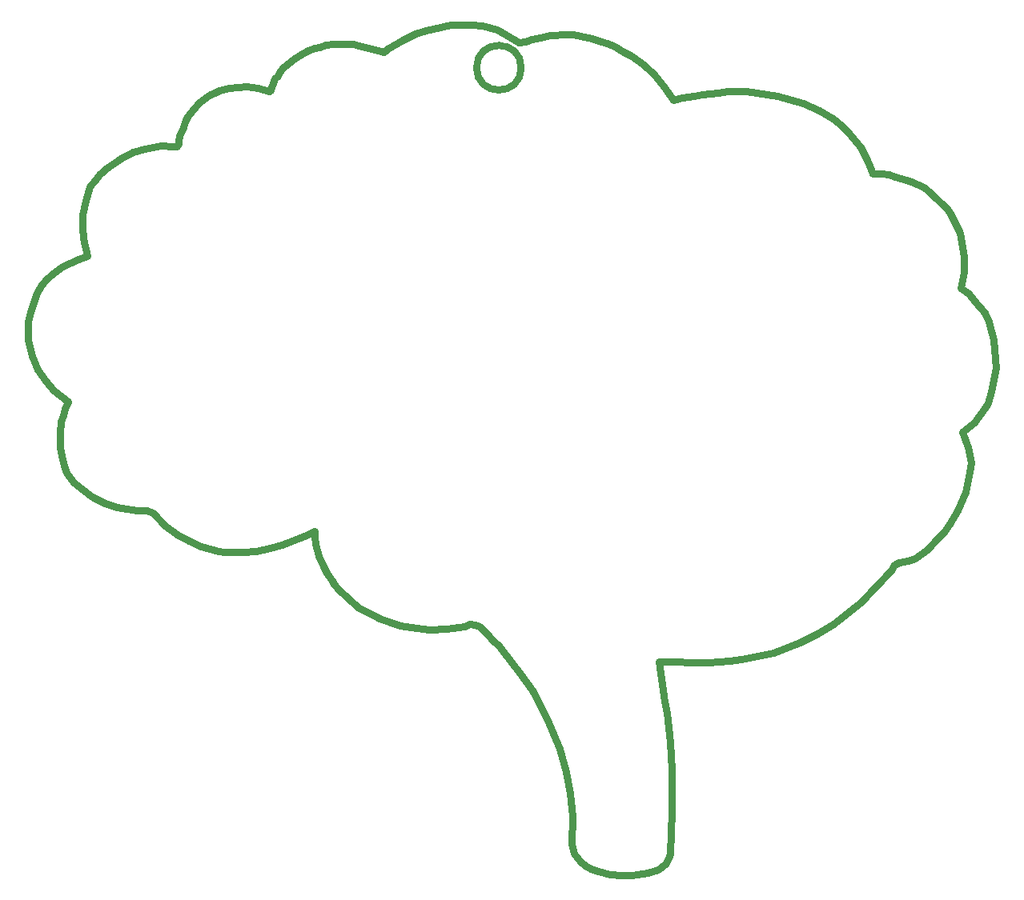
<source format=gko>
G04 Layer_Color=16720538*
%FSLAX25Y25*%
%MOIN*%
G70*
G01*
G75*
%ADD92C,0.03000*%
D92*
X466300Y387500D02*
G03*
X466300Y387500I-9301J0D01*
G01*
X525769Y379670D02*
X529524Y374038D01*
X521672Y384790D02*
X525769Y379670D01*
X517278Y388587D02*
X521672Y384790D01*
X512288Y392398D02*
X517278Y388587D01*
X508360Y394348D02*
X512288Y392398D01*
X505160Y396396D02*
X508360Y394348D01*
X501911Y397794D02*
X505160Y396396D01*
X498760Y398615D02*
X501911Y397794D01*
X495602Y399852D02*
X498760Y398615D01*
X487968Y401326D02*
X495602Y399852D01*
X485228Y401410D02*
X487968Y401326D01*
X478148Y401001D02*
X485228Y401410D01*
X474173Y400038D02*
X478148Y401001D01*
X470584Y399412D02*
X474173Y400038D01*
X469115Y398617D02*
X470584Y399412D01*
X467887Y398232D02*
X469115Y398617D01*
X465310Y398159D02*
X467887Y398232D01*
X456181Y403410D02*
X465310Y398159D01*
X450003Y405007D02*
X456181Y403410D01*
X445542Y405395D02*
X450003Y405007D01*
X437086Y405473D02*
X445542Y405395D01*
X426497Y403028D02*
X437086Y405473D01*
X422424Y401710D02*
X426497Y403028D01*
X416994Y399188D02*
X422424Y401710D01*
X410632Y395464D02*
X416994Y399188D01*
X409739Y394378D02*
X410632Y395464D01*
X408884Y394021D02*
X409739Y394378D01*
X408110Y394533D02*
X408884Y394021D01*
X398742Y396615D02*
X408110Y394533D01*
X396252Y397328D02*
X398742Y396615D01*
X387813Y397343D02*
X396252Y397328D01*
X384986Y396935D02*
X387813Y397343D01*
X382364Y396148D02*
X384986Y396935D01*
X380440Y395770D02*
X382364Y396148D01*
X377672Y394574D02*
X380440Y395770D01*
X376976Y394481D02*
X377672Y394574D01*
X374520Y393073D02*
X376976Y394481D01*
X371959Y391456D02*
X374520Y393073D01*
X367296Y387697D02*
X371959Y391456D01*
X365722Y385685D02*
X367296Y387697D01*
X364994Y384083D02*
X365722Y385685D01*
X363740Y382916D02*
X364994Y384083D01*
X363012Y381023D02*
X363740Y382916D01*
X362196Y379332D02*
X363012Y381023D01*
X361876Y378021D02*
X362196Y379332D01*
X361322Y377730D02*
X361876Y378021D01*
X356571Y379187D02*
X361322Y377730D01*
X351973Y379664D02*
X356571Y379187D01*
X344463Y378960D02*
X351973Y379664D01*
X340755Y378116D02*
X344463Y378960D01*
X338763Y376963D02*
X340755Y378116D01*
X336884Y376432D02*
X338763Y376963D01*
X336379Y376024D02*
X336884Y376432D01*
X332212Y373037D02*
X336379Y376024D01*
X329490Y369930D02*
X332212Y373037D01*
X327169Y367041D02*
X329490Y369930D01*
X326447Y365093D02*
X327169Y367041D01*
X325549Y362816D02*
X326447Y365093D01*
X323973Y359006D02*
X325549Y362816D01*
X323517Y357083D02*
X323973Y359006D01*
X323482Y355855D02*
X323517Y357083D01*
X323097Y355023D02*
X323482Y355855D01*
X323085Y354677D02*
X323097Y355023D01*
X321229Y354741D02*
X323085Y354677D01*
X316265Y355065D02*
X321229Y354741D01*
X309777Y353800D02*
X316265Y355065D01*
X304529Y352250D02*
X309777Y353800D01*
X299483Y349728D02*
X304529Y352250D01*
X293189Y345356D02*
X299483Y349728D01*
X291702Y343841D02*
X293189Y345356D01*
X290885Y343461D02*
X291702Y343841D01*
X288933Y340634D02*
X290885Y343461D01*
X286719Y338070D02*
X288933Y340634D01*
X284795Y332008D02*
X286719Y338070D01*
X283512Y326470D02*
X284795Y332008D01*
X283512Y326470D02*
X283629Y321079D01*
X283949Y316270D01*
X285553Y309188D01*
X281880Y307819D02*
X285553Y309188D01*
X275440Y304642D02*
X281880Y307819D01*
X271156Y301873D02*
X275440Y304642D01*
X268612Y299376D02*
X271156Y301873D01*
X266621Y297007D02*
X268612Y299376D01*
X264569Y293771D02*
X266621Y297007D01*
X261836Y285768D02*
X264569Y293771D01*
X260946Y281623D02*
X261836Y285768D01*
X260946Y281623D02*
X261023Y273982D01*
X262675Y267413D01*
X264957Y261625D01*
X268249Y257141D01*
X271474Y253121D01*
X274718Y250712D01*
X277505Y248264D01*
X276351Y245497D02*
X277505Y248264D01*
X275535Y242730D02*
X276351Y245497D01*
X274738Y240201D02*
X275535Y242730D01*
X274321Y235424D02*
X274738Y240201D01*
X274321Y228916D02*
Y235424D01*
Y228916D02*
X275336Y224317D01*
X276052Y221550D01*
X277087Y218843D01*
X280042Y214832D01*
X283449Y211941D01*
X287669Y208653D01*
X292828Y205938D01*
X297949Y204309D01*
X306173Y203106D01*
X310237Y203109D01*
X312970Y201934D01*
X317873Y196607D01*
X322869Y193144D01*
X327805Y190258D01*
X332843Y188131D01*
X340244Y186205D01*
X342674Y185788D01*
X350165Y185775D01*
X356119Y186161D01*
X361569Y187340D01*
X366581Y188566D01*
X375795Y192216D01*
X380326Y194256D01*
X380431Y191944D01*
X380702Y189012D01*
X381940Y184205D01*
X383926Y179679D01*
X385459Y177205D01*
X387561Y173746D01*
X388415Y172388D01*
X390364Y170023D01*
X394174Y166235D01*
X398421Y162863D01*
X407355Y157981D01*
X411975Y156251D01*
X415938Y155089D01*
X420230Y154346D01*
X428047Y153535D01*
X435228Y153557D01*
X442564Y154718D01*
X444863Y155550D01*
X446877Y155506D01*
X448870Y154739D01*
X451882Y151674D01*
X454791Y148738D01*
X456845Y146658D01*
X458044Y145302D01*
X465730Y135383D01*
X470962Y127887D01*
X477008Y116528D01*
X482233Y103640D01*
X485124Y94155D01*
X486747Y85198D01*
X487488Y75712D01*
X487452Y64109D02*
X487488Y75712D01*
X487452Y64109D02*
X488228Y60054D01*
X490802Y56669D01*
X492837Y55002D01*
X495332Y53667D01*
X498289Y52792D01*
X503391Y51543D01*
X507835Y51193D01*
X512192Y51149D01*
X518893Y51960D01*
X523447Y53251D01*
X526228Y55625D01*
X527779Y58030D01*
X528206Y60047D01*
X529060Y77347D01*
X528816Y95078D02*
X529060Y77347D01*
X528174Y106362D02*
X528816Y95078D01*
X527017Y118592D02*
X528174Y106362D01*
X526114Y123282D02*
X527017Y118592D01*
X523502Y140118D02*
X526114Y123282D01*
X523502Y140118D02*
X544383Y139865D01*
X552850Y140330D01*
X558116Y141000D01*
X569733Y143479D01*
X571282Y143789D01*
X582383Y147919D01*
X589559Y151636D01*
X596322Y155818D01*
X607578Y164595D01*
X620227Y178122D01*
X621466Y180291D01*
X623687Y181272D01*
X627301Y181892D01*
X630450Y182924D01*
X635406Y186847D01*
X639898Y191597D01*
X642221Y194179D01*
X644718Y197541D01*
X647849Y203059D01*
X651292Y210672D01*
X653030Y218912D01*
X653635Y223068D01*
X652425Y229418D02*
X653635Y223068D01*
X650006Y235768D02*
X652425Y229418D01*
X650006Y235768D02*
X654845Y239850D01*
X659153Y245746D01*
X660665Y247787D01*
X662026Y252550D01*
X663915Y262452D01*
X663008Y273941D02*
X663915Y262452D01*
X660816Y281728D02*
X663008Y273941D01*
X659305Y285280D02*
X660816Y281728D01*
X654996Y290421D02*
X659305Y285280D01*
X652547Y293257D02*
X654996Y290421D01*
X649327Y295788D02*
X652547Y293257D01*
X649327Y295788D02*
X650763Y302288D01*
X650740Y308797D02*
X650763Y302288D01*
X648948Y318843D02*
X650740Y308797D01*
X644986Y326717D02*
X648948Y318843D01*
X643536Y328766D02*
X644986Y326717D01*
X636495Y335465D02*
X643536Y328766D01*
X633807Y337726D02*
X636495Y335465D01*
X628729Y340158D02*
X633807Y337726D01*
X626682Y340713D02*
X628729Y340158D01*
X622030Y342207D02*
X626682Y340713D01*
X619257Y343059D02*
X622030Y342207D01*
X616441Y343358D02*
X619257Y343059D01*
X612601Y343401D02*
X616441Y343358D01*
X610553Y348436D02*
X612601Y343401D01*
X607609Y354281D02*
X610553Y348436D01*
X602446Y360596D02*
X607609Y354281D01*
X599629Y363413D02*
X602446Y360596D01*
X597283Y365504D02*
X599629Y363413D01*
X595832Y366315D02*
X597283Y365504D01*
X590284Y369557D02*
X595832Y366315D01*
X583500Y372843D02*
X590284Y369557D01*
X573046Y375872D02*
X583500Y372843D01*
X560032Y377622D02*
X573046Y375872D01*
X552394Y377579D02*
X560032Y377622D01*
X548255Y377152D02*
X552394Y377579D01*
X541471Y376384D02*
X548255Y377152D01*
X538229Y375617D02*
X541471Y376384D01*
X533322Y374891D02*
X538229Y375617D01*
X529524Y374038D02*
X533322Y374891D01*
M02*

</source>
